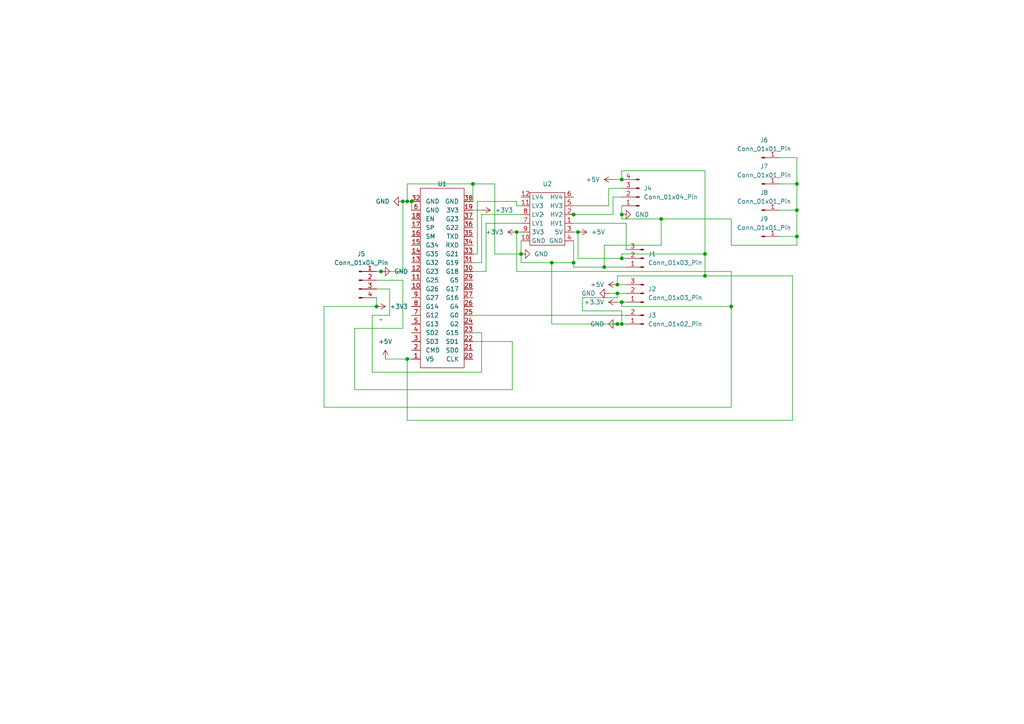
<source format=kicad_sch>
(kicad_sch (version 20230121) (generator eeschema)
  (paper "A4")
  (lib_symbols
    (symbol "Aliexpress:LogicLevelShifterBidirectional"
      (property "Reference" "U" (at 0 0 0))
      (symbol "LogicLevelShifterBidirectional_0_1"
        (rectangle (start -5.08 7.62) (end 5.08 -7.62))
      )
      (symbol "LogicLevelShifterBidirectional_1_1"
        (pin bidirectional line (at 7.62 -1.27 180) (length 2.54) (name "HV1") (number "1"))
        (pin power_in line (at -7.62 -6.35 0) (length 2.54) (name "GND") (number "10"))
        (pin bidirectional line (at -7.62 3.81 0) (length 2.54) (name "LV3") (number "11"))
        (pin bidirectional line (at -7.62 6.35 0) (length 2.54) (name "LV4") (number "12"))
        (pin bidirectional line (at 7.62 1.27 180) (length 2.54) (name "HV2") (number "2"))
        (pin power_in line (at 7.62 -3.81 180) (length 2.54) (name "5V") (number "3"))
        (pin power_in line (at 7.62 -6.35 180) (length 2.54) (name "GND") (number "4"))
        (pin bidirectional line (at 7.62 3.81 180) (length 2.54) (name "HV3") (number "5"))
        (pin bidirectional line (at 7.62 6.35 180) (length 2.54) (name "HV4") (number "6"))
        (pin bidirectional line (at -7.62 -1.27 0) (length 2.54) (name "LV1") (number "7"))
        (pin bidirectional line (at -7.62 1.27 0) (length 2.54) (name "LV2") (number "8"))
        (pin power_in line (at -7.62 -3.81 0) (length 2.54) (name "3V3") (number "9"))
      )
    )
    (symbol "Connector:Conn_01x01_Pin" (pin_names (offset 1.016) hide)
      (property "Reference" "J" (at 0 2.54 0))
      (property "Value" "Conn_01x01_Pin" (at 0 -2.54 0))
      (symbol "Conn_01x01_Pin_1_1"
        (polyline (pts (xy 1.27 0) (xy 0.8636 0)) (stroke (width 0.1524)))
        (rectangle (start 0.8636 0.127) (end 0 -0.127) (stroke (width 0.1524)) (fill (type outline)))
        (pin passive line (at 5.08 0 180) (length 3.81) (name "Pin_1") (number "1"))
      )
    )
    (symbol "Connector:Conn_01x02_Pin" (pin_names (offset 1.016) hide)
      (property "Reference" "J" (at 0 2.54 0))
      (property "Value" "Conn_01x02_Pin" (at 0 -5.08 0))
      (symbol "Conn_01x02_Pin_1_1"
        (polyline (pts (xy 1.27 -2.54) (xy 0.8636 -2.54)) (stroke (width 0.1524)))
        (polyline (pts (xy 1.27 0) (xy 0.8636 0)) (stroke (width 0.1524)))
        (rectangle (start 0.8636 -2.413) (end 0 -2.667) (stroke (width 0.1524)) (fill (type outline)))
        (rectangle (start 0.8636 0.127) (end 0 -0.127) (stroke (width 0.1524)) (fill (type outline)))
        (pin passive line (at 5.08 0 180) (length 3.81) (name "Pin_1") (number "1"))
        (pin passive line (at 5.08 -2.54 180) (length 3.81) (name "Pin_2") (number "2"))
      )
    )
    (symbol "Connector:Conn_01x03_Pin" (pin_names (offset 1.016) hide)
      (property "Reference" "J" (at 0 5.08 0))
      (property "Value" "Conn_01x03_Pin" (at 0 -5.08 0))
      (symbol "Conn_01x03_Pin_1_1"
        (polyline (pts (xy 1.27 -2.54) (xy 0.8636 -2.54)) (stroke (width 0.1524)))
        (polyline (pts (xy 1.27 0) (xy 0.8636 0)) (stroke (width 0.1524)))
        (polyline (pts (xy 1.27 2.54) (xy 0.8636 2.54)) (stroke (width 0.1524)))
        (rectangle (start 0.8636 -2.413) (end 0 -2.667) (stroke (width 0.1524)) (fill (type outline)))
        (rectangle (start 0.8636 0.127) (end 0 -0.127) (stroke (width 0.1524)) (fill (type outline)))
        (rectangle (start 0.8636 2.667) (end 0 2.413) (stroke (width 0.1524)) (fill (type outline)))
        (pin passive line (at 5.08 2.54 180) (length 3.81) (name "Pin_1") (number "1"))
        (pin passive line (at 5.08 0 180) (length 3.81) (name "Pin_2") (number "2"))
        (pin passive line (at 5.08 -2.54 180) (length 3.81) (name "Pin_3") (number "3"))
      )
    )
    (symbol "Connector:Conn_01x04_Pin" (pin_names (offset 1.016) hide)
      (property "Reference" "J" (at 0 5.08 0))
      (property "Value" "Conn_01x04_Pin" (at 0 -7.62 0))
      (symbol "Conn_01x04_Pin_1_1"
        (polyline (pts (xy 1.27 -5.08) (xy 0.8636 -5.08)) (stroke (width 0.1524)))
        (polyline (pts (xy 1.27 -2.54) (xy 0.8636 -2.54)) (stroke (width 0.1524)))
        (polyline (pts (xy 1.27 0) (xy 0.8636 0)) (stroke (width 0.1524)))
        (polyline (pts (xy 1.27 2.54) (xy 0.8636 2.54)) (stroke (width 0.1524)))
        (rectangle (start 0.8636 -4.953) (end 0 -5.207) (stroke (width 0.1524)) (fill (type outline)))
        (rectangle (start 0.8636 -2.413) (end 0 -2.667) (stroke (width 0.1524)) (fill (type outline)))
        (rectangle (start 0.8636 0.127) (end 0 -0.127) (stroke (width 0.1524)) (fill (type outline)))
        (rectangle (start 0.8636 2.667) (end 0 2.413) (stroke (width 0.1524)) (fill (type outline)))
        (pin passive line (at 5.08 2.54 180) (length 3.81) (name "Pin_1") (number "1"))
        (pin passive line (at 5.08 0 180) (length 3.81) (name "Pin_2") (number "2"))
        (pin passive line (at 5.08 -2.54 180) (length 3.81) (name "Pin_3") (number "3"))
        (pin passive line (at 5.08 -5.08 180) (length 3.81) (name "Pin_4") (number "4"))
      )
    )
    (symbol "ESPModules:ESP32ModuleJaycar" (pin_names (offset 1.5))
      (property "Reference" "U" (at 0 0 0))
      (symbol "ESP32ModuleJaycar_0_1"
        (rectangle (start 11.43 38.1) (end 24.13 -13.97))
      )
      (symbol "ESP32ModuleJaycar_1_1"
        (pin power_in line (at 8.89 -11.43 0) (length 2.54) (name "V5") (number "1"))
        (pin input line (at 8.89 8.89 0) (length 2.54) (name "G26") (number "10"))
        (pin input line (at 8.89 11.43 0) (length 2.54) (name "G25") (number "11"))
        (pin input line (at 8.89 13.97 0) (length 2.54) (name "G23") (number "12"))
        (pin input line (at 8.89 16.51 0) (length 2.54) (name "G32") (number "13"))
        (pin input line (at 8.89 19.05 0) (length 2.54) (name "G35") (number "14"))
        (pin input line (at 8.89 21.59 0) (length 2.54) (name "G34") (number "15"))
        (pin input line (at 8.89 24.13 0) (length 2.54) (name "SM") (number "16"))
        (pin bidirectional line (at 8.89 26.67 0) (length 2.54) (name "SP") (number "17"))
        (pin bidirectional line (at 8.89 29.21 0) (length 2.54) (name "EN") (number "18"))
        (pin power_in line (at 26.67 31.75 180) (length 2.54) (name "3V3") (number "19"))
        (pin input line (at 8.89 -8.89 0) (length 2.54) (name "CMD") (number "2"))
        (pin input line (at 26.67 -11.43 180) (length 2.54) (name "CLK") (number "20"))
        (pin input line (at 26.67 -8.89 180) (length 2.54) (name "SD0") (number "21"))
        (pin input line (at 26.67 -6.35 180) (length 2.54) (name "SD1") (number "22"))
        (pin input line (at 26.67 -3.81 180) (length 2.54) (name "G15") (number "23"))
        (pin input line (at 26.67 -1.27 180) (length 2.54) (name "G2") (number "24"))
        (pin input line (at 26.67 1.27 180) (length 2.54) (name "G0") (number "25"))
        (pin input line (at 26.67 3.81 180) (length 2.54) (name "G4") (number "26"))
        (pin input line (at 26.67 6.35 180) (length 2.54) (name "G16") (number "27"))
        (pin input line (at 26.67 8.89 180) (length 2.54) (name "G17") (number "28"))
        (pin input line (at 26.67 11.43 180) (length 2.54) (name "G5") (number "29"))
        (pin input line (at 8.89 -6.35 0) (length 2.54) (name "SD3") (number "3"))
        (pin input line (at 26.67 13.97 180) (length 2.54) (name "G18") (number "30"))
        (pin input line (at 26.67 16.51 180) (length 2.54) (name "G19") (number "31"))
        (pin power_in line (at 8.89 34.29 0) (length 2.54) (name "GND") (number "32"))
        (pin input line (at 26.67 19.05 180) (length 2.54) (name "G21") (number "33"))
        (pin input line (at 26.67 21.59 180) (length 2.54) (name "RXD") (number "34"))
        (pin input line (at 26.67 24.13 180) (length 2.54) (name "TXD") (number "35"))
        (pin input line (at 26.67 26.67 180) (length 2.54) (name "G22") (number "36"))
        (pin input line (at 26.67 29.21 180) (length 2.54) (name "G23") (number "37"))
        (pin power_in line (at 26.67 34.29 180) (length 2.54) (name "GND") (number "38"))
        (pin input line (at 8.89 -3.81 0) (length 2.54) (name "SD2") (number "4"))
        (pin input line (at 8.89 -1.27 0) (length 2.54) (name "G13") (number "5"))
        (pin power_in line (at 8.89 31.75 0) (length 2.54) (name "GND") (number "6"))
        (pin input line (at 8.89 1.27 0) (length 2.54) (name "G12") (number "7"))
        (pin input line (at 8.89 3.81 0) (length 2.54) (name "G14") (number "8"))
        (pin input line (at 8.89 6.35 0) (length 2.54) (name "G27") (number "9"))
      )
    )
    (symbol "power:+3.3V" (power) (pin_names (offset 0))
      (property "Value" "+3.3V" (at 0 3.556 0))
      (symbol "+3.3V_0_1"
        (polyline (pts (xy -0.762 1.27) (xy 0 2.54)))
        (polyline (pts (xy 0 0) (xy 0 2.54)))
        (polyline (pts (xy 0 2.54) (xy 0.762 1.27)))
      )
      (symbol "+3.3V_1_1"
        (pin power_in line (at 0 0 90) (length 0) hide (name "+3.3V") (number "1"))
      )
    )
    (symbol "power:+3V3" (power) (pin_names (offset 0))
      (property "Value" "+3V3" (at 0 3.556 0))
      (symbol "+3V3_0_1"
        (polyline (pts (xy -0.762 1.27) (xy 0 2.54)))
        (polyline (pts (xy 0 0) (xy 0 2.54)))
        (polyline (pts (xy 0 2.54) (xy 0.762 1.27)))
      )
      (symbol "+3V3_1_1"
        (pin power_in line (at 0 0 90) (length 0) hide (name "+3V3") (number "1"))
      )
    )
    (symbol "power:+5V" (power) (pin_names (offset 0))
      (property "Value" "+5V" (at 0 3.556 0))
      (symbol "+5V_0_1"
        (polyline (pts (xy -0.762 1.27) (xy 0 2.54)))
        (polyline (pts (xy 0 0) (xy 0 2.54)))
        (polyline (pts (xy 0 2.54) (xy 0.762 1.27)))
      )
      (symbol "+5V_1_1"
        (pin power_in line (at 0 0 90) (length 0) hide (name "+5V") (number "1"))
      )
    )
    (symbol "power:GND" (power) (pin_names (offset 0))
      (property "Value" "GND" (at 0 -3.81 0))
      (symbol "GND_0_1"
        (polyline (pts (xy 0 0) (xy 0 -1.27) (xy 1.27 -1.27) (xy 0 -2.54) (xy -1.27 -1.27) (xy 0 -1.27)))
      )
      (symbol "GND_1_1"
        (pin power_in line (at 0 0 270) (length 0) hide (name "GND") (number "1"))
      )
    )
  )
  (junction (at 167.64 67.31))
  (junction (at 179.07 82.55))
  (junction (at 180.34 87.63))
  (junction (at 231.14 68.58))
  (junction (at 137.16 53.34))
  (junction (at 231.14 60.96))
  (junction (at 179.07 85.09))
  (junction (at 151.13 73.66))
  (junction (at 166.37 76.2))
  (junction (at 180.34 93.98))
  (junction (at 180.34 74.93))
  (junction (at 166.37 62.23))
  (junction (at 180.34 62.23))
  (junction (at 212.09 88.9))
  (junction (at 191.77 63.5))
  (junction (at 109.22 88.9))
  (junction (at 231.14 53.34))
  (junction (at 118.11 58.42))
  (junction (at 149.86 67.31))
  (junction (at 119.38 58.42))
  (junction (at 175.26 77.47))
  (junction (at 118.11 104.14))
  (junction (at 116.84 58.42))
  (junction (at 160.02 76.2))
  (junction (at 179.07 93.98))
  (junction (at 204.47 73.66))
  (junction (at 204.47 80.01))
  (junction (at 110.49 78.74))
  (junction (at 180.34 52.07))
  (wire (pts (xy 166.37 67.31) (xy 167.64 67.31)))
  (wire (pts (xy 165.1 62.23) (xy 166.37 62.23)))
  (wire (pts (xy 93.98 118.11) (xy 212.09 118.11)))
  (wire (pts (xy 139.7 62.23) (xy 151.13 62.23)))
  (wire (pts (xy 148.59 113.03) (xy 148.59 99.06)))
  (wire (pts (xy 160.02 93.98) (xy 160.02 76.2)))
  (wire (pts (xy 204.47 49.53) (xy 204.47 73.66)))
  (wire (pts (xy 179.07 85.09) (xy 181.61 85.09)))
  (wire (pts (xy 177.8 57.15) (xy 180.34 57.15)))
  (wire (pts (xy 118.11 58.42) (xy 119.38 58.42)))
  (wire (pts (xy 116.84 58.42) (xy 118.11 58.42)))
  (wire (pts (xy 212.09 71.12) (xy 231.14 71.12)))
  (wire (pts (xy 149.86 78.74) (xy 149.86 67.31)))
  (wire (pts (xy 151.13 76.2) (xy 160.02 76.2)))
  (wire (pts (xy 118.11 104.14) (xy 118.11 121.92)))
  (wire (pts (xy 137.16 78.74) (xy 140.97 78.74)))
  (wire (pts (xy 93.98 88.9) (xy 93.98 118.11)))
  (wire (pts (xy 204.47 73.66) (xy 204.47 80.01)))
  (wire (pts (xy 109.22 88.9) (xy 93.98 88.9)))
  (wire (pts (xy 168.91 90.17) (xy 168.91 86.36)))
  (wire (pts (xy 116.84 95.25) (xy 102.87 95.25)))
  (wire (pts (xy 118.11 104.14) (xy 119.38 104.14)))
  (wire (pts (xy 160.02 93.98) (xy 179.07 93.98)))
  (wire (pts (xy 139.7 107.95) (xy 139.7 96.52)))
  (wire (pts (xy 148.59 99.06) (xy 137.16 99.06)))
  (wire (pts (xy 180.34 52.07) (xy 180.34 49.53)))
  (wire (pts (xy 149.86 59.69) (xy 151.13 59.69)))
  (wire (pts (xy 181.61 77.47) (xy 175.26 77.47)))
  (wire (pts (xy 179.07 86.36) (xy 179.07 85.09)))
  (wire (pts (xy 231.14 60.96) (xy 231.14 53.34)))
  (wire (pts (xy 137.16 53.34) (xy 137.16 58.42)))
  (wire (pts (xy 179.07 87.63) (xy 180.34 87.63)))
  (wire (pts (xy 113.03 91.44) (xy 107.95 91.44)))
  (wire (pts (xy 180.34 93.98) (xy 181.61 93.98)))
  (wire (pts (xy 180.34 87.63) (xy 181.61 87.63)))
  (wire (pts (xy 113.03 83.82) (xy 113.03 91.44)))
  (wire (pts (xy 181.61 74.93) (xy 180.34 74.93)))
  (wire (pts (xy 167.64 74.93) (xy 167.64 67.31)))
  (wire (pts (xy 116.84 78.74) (xy 116.84 58.42)))
  (wire (pts (xy 226.06 68.58) (xy 231.14 68.58)))
  (wire (pts (xy 109.22 83.82) (xy 113.03 83.82)))
  (wire (pts (xy 226.06 60.96) (xy 231.14 60.96)))
  (wire (pts (xy 149.86 67.31) (xy 151.13 67.31)))
  (wire (pts (xy 177.8 52.07) (xy 180.34 52.07)))
  (wire (pts (xy 140.97 64.77) (xy 151.13 64.77)))
  (wire (pts (xy 212.09 78.74) (xy 149.86 78.74)))
  (wire (pts (xy 191.77 71.12) (xy 175.26 71.12)))
  (wire (pts (xy 137.16 73.66) (xy 138.43 73.66)))
  (wire (pts (xy 229.87 80.01) (xy 204.47 80.01)))
  (wire (pts (xy 166.37 62.23) (xy 177.8 62.23)))
  (wire (pts (xy 175.26 71.12) (xy 175.26 77.47)))
  (wire (pts (xy 180.34 74.93) (xy 167.64 74.93)))
  (wire (pts (xy 109.22 86.36) (xy 109.22 88.9)))
  (wire (pts (xy 137.16 76.2) (xy 139.7 76.2)))
  (wire (pts (xy 118.11 121.92) (xy 229.87 121.92)))
  (wire (pts (xy 176.53 54.61) (xy 180.34 54.61)))
  (wire (pts (xy 102.87 95.25) (xy 102.87 113.03)))
  (wire (pts (xy 212.09 118.11) (xy 212.09 88.9)))
  (wire (pts (xy 151.13 73.66) (xy 151.13 76.2)))
  (wire (pts (xy 111.76 104.14) (xy 118.11 104.14)))
  (wire (pts (xy 181.61 72.39) (xy 181.61 64.77)))
  (wire (pts (xy 140.97 78.74) (xy 140.97 64.77)))
  (wire (pts (xy 212.09 63.5) (xy 212.09 71.12)))
  (wire (pts (xy 204.47 73.66) (xy 180.34 73.66)))
  (wire (pts (xy 180.34 73.66) (xy 180.34 74.93)))
  (wire (pts (xy 160.02 76.2) (xy 166.37 76.2)))
  (wire (pts (xy 180.34 88.9) (xy 212.09 88.9)))
  (wire (pts (xy 179.07 93.98) (xy 180.34 93.98)))
  (wire (pts (xy 175.26 77.47) (xy 166.37 77.47)))
  (wire (pts (xy 138.43 73.66) (xy 138.43 58.42)))
  (wire (pts (xy 137.16 60.96) (xy 139.7 60.96)))
  (wire (pts (xy 137.16 91.44) (xy 181.61 91.44)))
  (wire (pts (xy 107.95 91.44) (xy 107.95 107.95)))
  (wire (pts (xy 110.49 78.74) (xy 116.84 78.74)))
  (wire (pts (xy 226.06 45.72) (xy 231.14 45.72)))
  (wire (pts (xy 176.53 85.09) (xy 179.07 85.09)))
  (wire (pts (xy 177.8 62.23) (xy 177.8 57.15)))
  (wire (pts (xy 181.61 64.77) (xy 166.37 64.77)))
  (wire (pts (xy 102.87 113.03) (xy 148.59 113.03)))
  (wire (pts (xy 166.37 77.47) (xy 166.37 76.2)))
  (wire (pts (xy 109.22 78.74) (xy 110.49 78.74)))
  (wire (pts (xy 180.34 62.23) (xy 180.34 63.5)))
  (wire (pts (xy 191.77 63.5) (xy 191.77 71.12)))
  (wire (pts (xy 180.34 59.69) (xy 180.34 62.23)))
  (wire (pts (xy 151.13 69.85) (xy 151.13 73.66)))
  (wire (pts (xy 176.53 59.69) (xy 176.53 54.61)))
  (wire (pts (xy 109.22 81.28) (xy 116.84 81.28)))
  (wire (pts (xy 139.7 76.2) (xy 139.7 62.23)))
  (wire (pts (xy 180.34 87.63) (xy 180.34 88.9)))
  (wire (pts (xy 180.34 63.5) (xy 191.77 63.5)))
  (wire (pts (xy 204.47 80.01) (xy 179.07 80.01)))
  (wire (pts (xy 118.11 53.34) (xy 137.16 53.34)))
  (wire (pts (xy 139.7 96.52) (xy 137.16 96.52)))
  (wire (pts (xy 231.14 45.72) (xy 231.14 53.34)))
  (wire (pts (xy 212.09 88.9) (xy 212.09 78.74)))
  (wire (pts (xy 149.86 58.42) (xy 149.86 59.69)))
  (wire (pts (xy 107.95 107.95) (xy 139.7 107.95)))
  (wire (pts (xy 166.37 76.2) (xy 166.37 69.85)))
  (wire (pts (xy 179.07 82.55) (xy 181.61 82.55)))
  (wire (pts (xy 116.84 81.28) (xy 116.84 95.25)))
  (wire (pts (xy 137.16 53.34) (xy 143.51 53.34)))
  (wire (pts (xy 231.14 53.34) (xy 226.06 53.34)))
  (wire (pts (xy 168.91 86.36) (xy 179.07 86.36)))
  (wire (pts (xy 229.87 121.92) (xy 229.87 80.01)))
  (wire (pts (xy 180.34 49.53) (xy 204.47 49.53)))
  (wire (pts (xy 231.14 71.12) (xy 231.14 68.58)))
  (wire (pts (xy 231.14 68.58) (xy 231.14 60.96)))
  (wire (pts (xy 179.07 80.01) (xy 179.07 82.55)))
  (wire (pts (xy 138.43 58.42) (xy 149.86 58.42)))
  (wire (pts (xy 180.34 93.98) (xy 180.34 90.17)))
  (wire (pts (xy 143.51 53.34) (xy 143.51 73.66)))
  (wire (pts (xy 119.38 58.42) (xy 119.38 60.96)))
  (wire (pts (xy 143.51 73.66) (xy 151.13 73.66)))
  (wire (pts (xy 118.11 58.42) (xy 118.11 53.34)))
  (wire (pts (xy 166.37 59.69) (xy 176.53 59.69)))
  (wire (pts (xy 180.34 90.17) (xy 168.91 90.17)))
  (wire (pts (xy 191.77 63.5) (xy 212.09 63.5)))
  (symbol (lib_id "power:GND") (at 180.34 62.23 90) (mirror x) (unit 1)
    (property "Reference" "#PWR012" (effects hide))
    (property "Value" "GND" (at 184.15 62.23 90) (effects (justify right)))
  )
  (symbol (lib_id "power:+3V3") (at 109.22 88.9 270) (unit 1)
    (property "Reference" "#PWR014" (effects hide))
    (property "Value" "+3V3" (at 113.03 88.9 90) (effects (justify left)))
  )
  (symbol (lib_id "power:GND") (at 176.53 85.09 270) (unit 1)
    (property "Reference" "#PWR09" (effects hide))
    (property "Value" "GND" (at 172.72 85.09 90) (effects (justify right)))
  )
  (symbol (lib_id "power:+5V") (at 177.8 52.07 90) (unit 1)
    (property "Reference" "#PWR011" (effects hide))
    (property "Value" "+5V" (at 173.99 52.07 90) (effects (justify left)))
  )
  (symbol (lib_id "power:+3.3V") (at 179.07 87.63 90) (unit 1)
    (property "Reference" "#PWR08" (effects hide))
    (property "Value" "+3.3V" (at 175.26 87.63 90) (effects (justify left)))
  )
  (symbol (lib_id "Connector:Conn_01x02_Pin") (at 186.69 93.98 180) (unit 1)
    (property "Reference" "J3" (at 187.96 91.44 0) (effects (justify right)))
    (property "Value" "Conn_01x02_Pin" (at 187.96 93.98 0) (effects (justify right)))
    (property "Footprint" "Connector_JST:JST_XH_B2B-XH-AM_1x02_P2.50mm_Vertical" (effects hide))
  )
  (symbol (lib_id "Connector:Conn_01x03_Pin") (at 186.69 85.09 180) (unit 1)
    (property "Reference" "J2" (at 187.96 83.82 0) (effects (justify right)))
    (property "Value" "Conn_01x03_Pin" (at 187.96 86.36 0) (effects (justify right)))
    (property "Footprint" "Connector_JST:JST_XH_B3B-XH-AM_1x03_P2.50mm_Vertical" (effects hide))
  )
  (symbol (lib_id "power:GND") (at 110.49 78.74 90) (mirror x) (unit 1)
    (property "Reference" "#PWR013" (effects hide))
    (property "Value" "GND" (at 114.3 78.74 90) (effects (justify right)))
  )
  (symbol (lib_id "power:+5V") (at 111.76 104.14 0) (unit 1)
    (property "Reference" "#PWR05" (effects hide))
    (property "Value" "+5V" (at 111.76 99.06 0))
  )
  (symbol (lib_id "Connector:Conn_01x04_Pin") (at 104.14 81.28 0) (unit 1)
    (property "Reference" "J5" (at 104.775 73.66 0))
    (property "Value" "Conn_01x04_Pin" (at 104.775 76.2 0))
    (property "Footprint" "Connector_PinHeader_2.54mm:PinHeader_1x04_P2.54mm_Vertical" (effects hide))
  )
  (symbol (lib_id "power:GND") (at 179.07 93.98 270) (unit 1)
    (property "Reference" "#PWR010" (effects hide))
    (property "Value" "GND" (at 175.26 93.98 90) (effects (justify right)))
  )
  (symbol (lib_id "power:GND") (at 151.13 73.66 90) (mirror x) (unit 1)
    (property "Reference" "#PWR02" (effects hide))
    (property "Value" "GND" (at 154.94 73.66 90) (effects (justify right)))
  )
  (symbol (lib_id "Connector:Conn_01x04_Pin") (at 185.42 57.15 180) (unit 1)
    (property "Reference" "J4" (at 186.69 54.61 0) (effects (justify right)))
    (property "Value" "Conn_01x04_Pin" (at 186.69 57.15 0) (effects (justify right)))
    (property "Footprint" "Connector_PinHeader_2.54mm:PinHeader_1x04_P2.54mm_Vertical" (effects hide))
  )
  (symbol (lib_id "Connector:Conn_01x01_Pin") (at 220.98 60.96 0) (unit 1)
    (property "Reference" "J8" (at 221.615 55.88 0))
    (property "Value" "Conn_01x01_Pin" (at 221.615 58.42 0))
    (property "Footprint" "MountingHole:MountingHole_3.2mm_M3_DIN965_Pad" (effects hide))
  )
  (symbol (lib_id "ESPModules:ESP32ModuleJaycar") (at 110.49 92.71 0) (unit 1)
    (property "Reference" "U1" (at 128.27 53.34 0))
    (property "Value" "~" (at 110.49 92.71 0))
    (property "Footprint" "ESPModule:ESPModuleJaycar" (effects hide))
  )
  (symbol (lib_id "power:+3V3") (at 149.86 67.31 90) (unit 1)
    (property "Reference" "#PWR04" (effects hide))
    (property "Value" "+3V3" (at 146.05 67.31 90) (effects (justify left)))
  )
  (symbol (lib_id "power:GND") (at 116.84 58.42 270) (unit 1)
    (property "Reference" "#PWR01" (effects hide))
    (property "Value" "GND" (at 113.03 58.42 90) (effects (justify right)))
  )
  (symbol (lib_id "power:+3V3") (at 139.7 60.96 270) (unit 1)
    (property "Reference" "#PWR03" (effects hide))
    (property "Value" "+3V3" (at 143.51 60.96 90) (effects (justify left)))
  )
  (symbol (lib_id "Connector:Conn_01x01_Pin") (at 220.98 45.72 0) (unit 1)
    (property "Reference" "J6" (at 221.615 40.64 0))
    (property "Value" "Conn_01x01_Pin" (at 221.615 43.18 0))
    (property "Footprint" "MountingHole:MountingHole_3.2mm_M3_DIN965_Pad" (effects hide))
  )
  (symbol (lib_id "power:+5V") (at 167.64 67.31 270) (unit 1)
    (property "Reference" "#PWR06" (effects hide))
    (property "Value" "+5V" (at 171.45 67.31 90) (effects (justify left)))
  )
  (symbol (lib_id "Connector:Conn_01x01_Pin") (at 220.98 68.58 0) (unit 1)
    (property "Reference" "J9" (at 221.615 63.5 0))
    (property "Value" "Conn_01x01_Pin" (at 221.615 66.04 0))
    (property "Footprint" "MountingHole:MountingHole_3.2mm_M3_DIN965_Pad" (effects hide))
  )
  (symbol (lib_id "power:+5V") (at 179.07 82.55 90) (unit 1)
    (property "Reference" "#PWR07" (effects hide))
    (property "Value" "+5V" (at 175.26 82.55 90) (effects (justify left)))
  )
  (symbol (lib_id "Connector:Conn_01x01_Pin") (at 220.98 53.34 0) (unit 1)
    (property "Reference" "J7" (at 221.615 48.26 0))
    (property "Value" "Conn_01x01_Pin" (at 221.615 50.8 0))
    (property "Footprint" "MountingHole:MountingHole_3.2mm_M3_DIN965_Pad" (effects hide))
  )
  (symbol (lib_id "Aliexpress:LogicLevelShifterBidirectional") (at 158.75 63.5 0) (unit 1)
    (property "Reference" "U2" (at 158.75 53.34 0))
    (property "Value" "~" (at 157.48 62.23 0))
    (property "Footprint" "Aliexpress:LogicLevelShifterBidirectional" (effects hide))
  )
  (symbol (lib_id "Connector:Conn_01x03_Pin") (at 186.69 74.93 180) (unit 1)
    (property "Reference" "J1" (at 187.96 73.66 0) (effects (justify right)))
    (property "Value" "Conn_01x03_Pin" (at 187.96 76.2 0) (effects (justify right)))
    (property "Footprint" "Connector_JST:JST_XH_B3B-XH-AM_1x03_P2.50mm_Vertical" (effects hide))
  )
)
</source>
